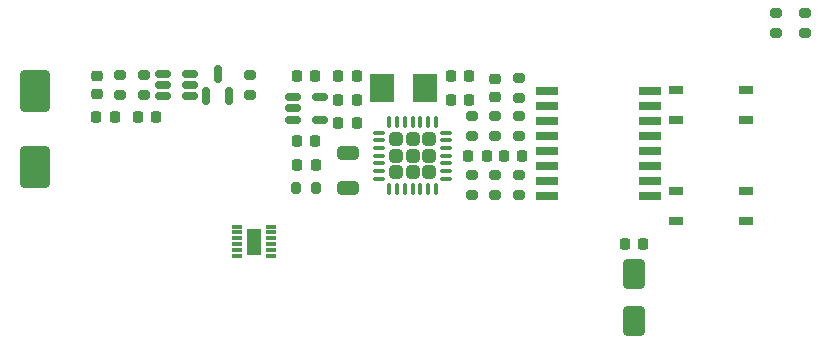
<source format=gtp>
%TF.GenerationSoftware,KiCad,Pcbnew,7.0.2-0*%
%TF.CreationDate,2024-12-01T01:29:24-08:00*%
%TF.ProjectId,pizero-papoe,70697a65-726f-42d7-9061-706f652e6b69,0.1*%
%TF.SameCoordinates,PX652f520PY4a19ba0*%
%TF.FileFunction,Paste,Top*%
%TF.FilePolarity,Positive*%
%FSLAX46Y46*%
G04 Gerber Fmt 4.6, Leading zero omitted, Abs format (unit mm)*
G04 Created by KiCad (PCBNEW 7.0.2-0) date 2024-12-01 01:29:24*
%MOMM*%
%LPD*%
G01*
G04 APERTURE LIST*
G04 Aperture macros list*
%AMRoundRect*
0 Rectangle with rounded corners*
0 $1 Rounding radius*
0 $2 $3 $4 $5 $6 $7 $8 $9 X,Y pos of 4 corners*
0 Add a 4 corners polygon primitive as box body*
4,1,4,$2,$3,$4,$5,$6,$7,$8,$9,$2,$3,0*
0 Add four circle primitives for the rounded corners*
1,1,$1+$1,$2,$3*
1,1,$1+$1,$4,$5*
1,1,$1+$1,$6,$7*
1,1,$1+$1,$8,$9*
0 Add four rect primitives between the rounded corners*
20,1,$1+$1,$2,$3,$4,$5,0*
20,1,$1+$1,$4,$5,$6,$7,0*
20,1,$1+$1,$6,$7,$8,$9,0*
20,1,$1+$1,$8,$9,$2,$3,0*%
G04 Aperture macros list end*
%ADD10C,0.010000*%
%ADD11RoundRect,0.032500X-0.387500X-0.097500X0.387500X-0.097500X0.387500X0.097500X-0.387500X0.097500X0*%
%ADD12R,2.000000X2.400000*%
%ADD13RoundRect,0.150000X-0.512500X-0.150000X0.512500X-0.150000X0.512500X0.150000X-0.512500X0.150000X0*%
%ADD14RoundRect,0.200000X-0.275000X0.200000X-0.275000X-0.200000X0.275000X-0.200000X0.275000X0.200000X0*%
%ADD15RoundRect,0.200000X0.200000X0.275000X-0.200000X0.275000X-0.200000X-0.275000X0.200000X-0.275000X0*%
%ADD16RoundRect,0.200000X0.275000X-0.200000X0.275000X0.200000X-0.275000X0.200000X-0.275000X-0.200000X0*%
%ADD17RoundRect,0.150000X0.150000X-0.587500X0.150000X0.587500X-0.150000X0.587500X-0.150000X-0.587500X0*%
%ADD18RoundRect,0.150000X0.512500X0.150000X-0.512500X0.150000X-0.512500X-0.150000X0.512500X-0.150000X0*%
%ADD19RoundRect,0.250000X0.320000X-0.320000X0.320000X0.320000X-0.320000X0.320000X-0.320000X-0.320000X0*%
%ADD20RoundRect,0.075000X0.075000X-0.437500X0.075000X0.437500X-0.075000X0.437500X-0.075000X-0.437500X0*%
%ADD21RoundRect,0.075000X0.437500X-0.075000X0.437500X0.075000X-0.437500X0.075000X-0.437500X-0.075000X0*%
%ADD22RoundRect,0.218750X0.218750X0.256250X-0.218750X0.256250X-0.218750X-0.256250X0.218750X-0.256250X0*%
%ADD23RoundRect,0.218750X-0.256250X0.218750X-0.256250X-0.218750X0.256250X-0.218750X0.256250X0.218750X0*%
%ADD24RoundRect,0.250000X-0.650000X1.000000X-0.650000X-1.000000X0.650000X-1.000000X0.650000X1.000000X0*%
%ADD25RoundRect,0.225000X-0.225000X-0.250000X0.225000X-0.250000X0.225000X0.250000X-0.225000X0.250000X0*%
%ADD26RoundRect,0.225000X-0.250000X0.225000X-0.250000X-0.225000X0.250000X-0.225000X0.250000X0.225000X0*%
%ADD27RoundRect,0.225000X0.225000X0.250000X-0.225000X0.250000X-0.225000X-0.250000X0.225000X-0.250000X0*%
%ADD28RoundRect,0.250000X1.000000X-1.500000X1.000000X1.500000X-1.000000X1.500000X-1.000000X-1.500000X0*%
%ADD29RoundRect,0.250000X0.650000X-0.325000X0.650000X0.325000X-0.650000X0.325000X-0.650000X-0.325000X0*%
%ADD30R,1.198880X0.800100*%
%ADD31R,1.910000X0.760000*%
G04 APERTURE END LIST*
%TO.C,U2*%
D10*
X23855000Y-23040000D02*
X22775000Y-23040000D01*
X22775000Y-20960000D01*
X23855000Y-20960000D01*
X23855000Y-23040000D01*
G36*
X23855000Y-23040000D02*
G01*
X22775000Y-23040000D01*
X22775000Y-20960000D01*
X23855000Y-20960000D01*
X23855000Y-23040000D01*
G37*
%TD*%
D11*
%TO.C,U2*%
X21880000Y-20750000D03*
X21880000Y-21250000D03*
X21880000Y-21750000D03*
X21880000Y-22250000D03*
X21880000Y-22750000D03*
X21880000Y-23250000D03*
X24750000Y-23250000D03*
X24750000Y-22750000D03*
X24750000Y-22250000D03*
X24750000Y-21750000D03*
X24750000Y-21250000D03*
X24750000Y-20750000D03*
%TD*%
D12*
%TO.C,Y1*%
X37850000Y-9000000D03*
X34150000Y-9000000D03*
%TD*%
D13*
%TO.C,U4*%
X26612500Y-9800000D03*
X26612500Y-10750000D03*
X26612500Y-11700000D03*
X28887500Y-11700000D03*
X28887500Y-9800000D03*
%TD*%
D14*
%TO.C,R26*%
X41750000Y-16425000D03*
X41750000Y-18075000D03*
%TD*%
D15*
%TO.C,R24*%
X28575000Y-17500000D03*
X26925000Y-17500000D03*
%TD*%
D16*
%TO.C,R22*%
X67500000Y-4325000D03*
X67500000Y-2675000D03*
%TD*%
%TO.C,R21*%
X70000000Y-4325000D03*
X70000000Y-2675000D03*
%TD*%
%TO.C,R19*%
X23000000Y-9575000D03*
X23000000Y-7925000D03*
%TD*%
D14*
%TO.C,R17*%
X43750000Y-16425000D03*
X43750000Y-18075000D03*
%TD*%
%TO.C,R16*%
X43750000Y-11425000D03*
X43750000Y-13075000D03*
%TD*%
%TO.C,R15*%
X14000000Y-7925000D03*
X14000000Y-9575000D03*
%TD*%
%TO.C,R14*%
X41750000Y-11425000D03*
X41750000Y-13075000D03*
%TD*%
%TO.C,R13*%
X12000000Y-7925000D03*
X12000000Y-9575000D03*
%TD*%
%TO.C,R8*%
X45750000Y-11425000D03*
X45750000Y-13075000D03*
%TD*%
D16*
%TO.C,R3*%
X45750000Y-18075000D03*
X45750000Y-16425000D03*
%TD*%
D17*
%TO.C,Q3*%
X19300000Y-9687500D03*
X21200000Y-9687500D03*
X20250000Y-7812500D03*
%TD*%
D18*
%TO.C,Q2*%
X17887500Y-9700000D03*
X17887500Y-8750000D03*
X17887500Y-7800000D03*
X15612500Y-7800000D03*
X15612500Y-8750000D03*
X15612500Y-9700000D03*
%TD*%
D16*
%TO.C,L2*%
X45750000Y-9825000D03*
X45750000Y-8175000D03*
%TD*%
D19*
%TO.C,U1*%
X38170000Y-16170000D03*
X36750000Y-13330000D03*
X35330000Y-13330000D03*
X36750000Y-14750000D03*
X35330000Y-14750000D03*
X35330000Y-16170000D03*
X38170000Y-13330000D03*
X36750000Y-16170000D03*
X38170000Y-14750000D03*
D20*
X34800000Y-17587500D03*
X35450000Y-17587500D03*
X36100000Y-17587500D03*
X36750000Y-17587500D03*
X37400000Y-17587500D03*
X38050000Y-17587500D03*
X38700000Y-17587500D03*
D21*
X39587500Y-16700000D03*
X39587500Y-16050000D03*
X39587500Y-15400000D03*
X39587500Y-14750000D03*
X39587500Y-14100000D03*
X39587500Y-13450000D03*
X39587500Y-12800000D03*
D20*
X38700000Y-11912500D03*
X38050000Y-11912500D03*
X37400000Y-11912500D03*
X36750000Y-11912500D03*
X36100000Y-11912500D03*
X35450000Y-11912500D03*
X34800000Y-11912500D03*
D21*
X33912500Y-12800000D03*
X33912500Y-13450000D03*
X33912500Y-14100000D03*
X33912500Y-14750000D03*
X33912500Y-15400000D03*
X33912500Y-16050000D03*
X33912500Y-16700000D03*
%TD*%
D22*
%TO.C,D7*%
X28537500Y-15500000D03*
X26962500Y-15500000D03*
%TD*%
D23*
%TO.C,D6*%
X10000000Y-7962500D03*
X10000000Y-9537500D03*
%TD*%
D24*
%TO.C,D3*%
X55500000Y-24750000D03*
X55500000Y-28750000D03*
%TD*%
D25*
%TO.C,C21*%
X44475000Y-14750000D03*
X46025000Y-14750000D03*
%TD*%
%TO.C,C20*%
X26975000Y-13500000D03*
X28525000Y-13500000D03*
%TD*%
%TO.C,C19*%
X26975000Y-8000000D03*
X28525000Y-8000000D03*
%TD*%
D26*
%TO.C,C18*%
X43750000Y-8225000D03*
X43750000Y-9775000D03*
%TD*%
D25*
%TO.C,C16*%
X13475000Y-11500000D03*
X15025000Y-11500000D03*
%TD*%
D27*
%TO.C,C15*%
X11525000Y-11500000D03*
X9975000Y-11500000D03*
%TD*%
D28*
%TO.C,C12*%
X4750000Y-15750000D03*
X4750000Y-9250000D03*
%TD*%
D29*
%TO.C,C11*%
X31250000Y-17475000D03*
X31250000Y-14525000D03*
%TD*%
D27*
%TO.C,C10*%
X32025000Y-12000000D03*
X30475000Y-12000000D03*
%TD*%
%TO.C,C9*%
X32025000Y-10000000D03*
X30475000Y-10000000D03*
%TD*%
D25*
%TO.C,C8*%
X39975000Y-10000000D03*
X41525000Y-10000000D03*
%TD*%
%TO.C,C7*%
X41475000Y-14750000D03*
X43025000Y-14750000D03*
%TD*%
%TO.C,C3*%
X30475000Y-8000000D03*
X32025000Y-8000000D03*
%TD*%
D27*
%TO.C,C2*%
X41525000Y-8000000D03*
X39975000Y-8000000D03*
%TD*%
%TO.C,C1*%
X56275000Y-22250000D03*
X54725000Y-22250000D03*
%TD*%
D30*
%TO.C,D1*%
X59051060Y-9230000D03*
X59053600Y-11770000D03*
X64948940Y-11770000D03*
X64946400Y-9230000D03*
%TD*%
%TO.C,D2*%
X64948940Y-20270000D03*
X64946400Y-17730000D03*
X59051060Y-17730000D03*
X59053600Y-20270000D03*
%TD*%
D31*
%TO.C,T1*%
X48115000Y-9305000D03*
X48115000Y-10575000D03*
X48115000Y-11845000D03*
X48115000Y-13115000D03*
X48115000Y-14385000D03*
X48115000Y-15655000D03*
X48115000Y-16925000D03*
X48115000Y-18195000D03*
X56885000Y-18195000D03*
X56885000Y-16925000D03*
X56885000Y-15655000D03*
X56885000Y-14385000D03*
X56885000Y-13115000D03*
X56885000Y-11845000D03*
X56885000Y-10575000D03*
X56885000Y-9305000D03*
%TD*%
M02*

</source>
